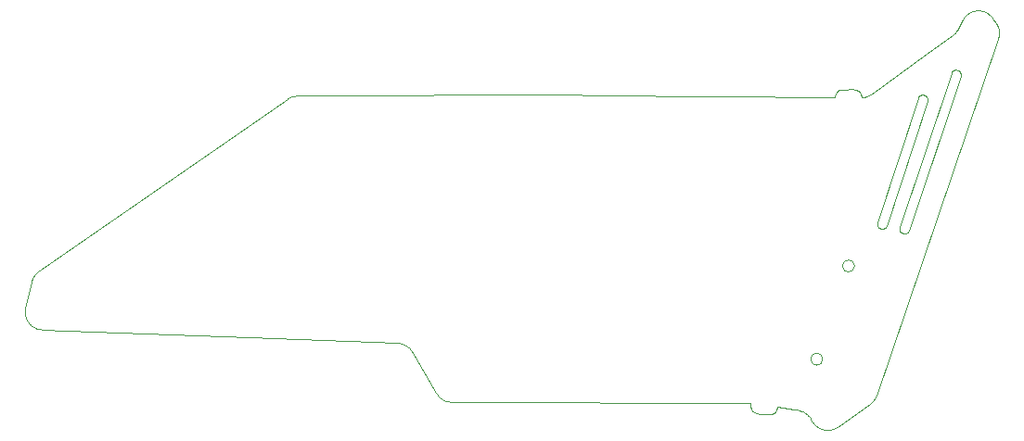
<source format=gm1>
%TF.GenerationSoftware,KiCad,Pcbnew,7.0.6*%
%TF.CreationDate,2023-07-20T08:42:54+02:00*%
%TF.ProjectId,dc_sdr,64635f73-6472-42e6-9b69-6361645f7063,rev?*%
%TF.SameCoordinates,Original*%
%TF.FileFunction,Profile,NP*%
%FSLAX46Y46*%
G04 Gerber Fmt 4.6, Leading zero omitted, Abs format (unit mm)*
G04 Created by KiCad (PCBNEW 7.0.6) date 2023-07-20 08:42:54*
%MOMM*%
%LPD*%
G01*
G04 APERTURE LIST*
%TA.AperFunction,Profile*%
%ADD10C,0.100000*%
%TD*%
%TA.AperFunction,Profile*%
%ADD11C,0.050000*%
%TD*%
G04 APERTURE END LIST*
D10*
X216151238Y-69248287D02*
X216228152Y-69254783D01*
X216305218Y-69265152D01*
X216382313Y-69279448D01*
X216459317Y-69297731D01*
X216536110Y-69320057D01*
X216612572Y-69346484D01*
X216688585Y-69377072D01*
X216764027Y-69411875D01*
X216849403Y-69456051D01*
X216890482Y-69478906D01*
X216930679Y-69502622D01*
X216970133Y-69527461D01*
X217008988Y-69553685D01*
X217047384Y-69581556D01*
X217085464Y-69611336D01*
X217123369Y-69643287D01*
X217161240Y-69677671D01*
X217199220Y-69714750D01*
X217237452Y-69754786D01*
X217276074Y-69798043D01*
X217315231Y-69844780D01*
X217355063Y-69895260D01*
X217395713Y-69949747D01*
X217692475Y-70369630D01*
X217722745Y-70412579D01*
X217751350Y-70455786D01*
X217778299Y-70499239D01*
X217803605Y-70542930D01*
X217827279Y-70586844D01*
X217849332Y-70630971D01*
X217869778Y-70675300D01*
X217888625Y-70719819D01*
X217905887Y-70764516D01*
X217921574Y-70809381D01*
X217935698Y-70854402D01*
X217948271Y-70899568D01*
X217959304Y-70944867D01*
X217968809Y-70990288D01*
X217976797Y-71035818D01*
X217983280Y-71081449D01*
X217988269Y-71127166D01*
X217991774Y-71172960D01*
X217993810Y-71218818D01*
X217994386Y-71264730D01*
X217991205Y-71356669D01*
X217982324Y-71448685D01*
X217967836Y-71540686D01*
X217947831Y-71632581D01*
X217922404Y-71724281D01*
X217891643Y-71815692D01*
X206778936Y-104432249D01*
X206757898Y-104486813D01*
X206734797Y-104540429D01*
X206709682Y-104593050D01*
X206682604Y-104644628D01*
X206653613Y-104695112D01*
X206622759Y-104744457D01*
X206590091Y-104792611D01*
X206555660Y-104839527D01*
X206519516Y-104885157D01*
X206481708Y-104929452D01*
X206442288Y-104972364D01*
X206401303Y-105013845D01*
X206358805Y-105053845D01*
X206314844Y-105092316D01*
X206269471Y-105129211D01*
X206222732Y-105164480D01*
X203261350Y-107291140D01*
X203180708Y-107345524D01*
X203097838Y-107394069D01*
X203012989Y-107436853D01*
X202926405Y-107473953D01*
X202838334Y-107505447D01*
X202749024Y-107531413D01*
X202658719Y-107551928D01*
X202567667Y-107567072D01*
X202476114Y-107576921D01*
X202384308Y-107581553D01*
X202292495Y-107581046D01*
X202200921Y-107575479D01*
X202109834Y-107564927D01*
X202019479Y-107549471D01*
X201930103Y-107529186D01*
X201841955Y-107504152D01*
X201755279Y-107474447D01*
X201670323Y-107440147D01*
X201587333Y-107401330D01*
X201506557Y-107358075D01*
X201428239Y-107310461D01*
X201352629Y-107258562D01*
X201279971Y-107202459D01*
X201210513Y-107142229D01*
X201144501Y-107077949D01*
X201082183Y-107009698D01*
X201023803Y-106937553D01*
X200969611Y-106861592D01*
X200919852Y-106781894D01*
X200874772Y-106698535D01*
X200834619Y-106611593D01*
X200799639Y-106521148D01*
X200775282Y-106488606D01*
X200702822Y-106402183D01*
X200648840Y-106344019D01*
X200583179Y-106278687D01*
X200505950Y-106208288D01*
X200417270Y-106134923D01*
X200317252Y-106060692D01*
X200206013Y-105987698D01*
X200083667Y-105918039D01*
X199950329Y-105853817D01*
X199806113Y-105797134D01*
X199729961Y-105772275D01*
X199651134Y-105750089D01*
X199569645Y-105730837D01*
X199485507Y-105714782D01*
X199398737Y-105702188D01*
X199309348Y-105693317D01*
X197774070Y-105438128D01*
X197745519Y-105494036D01*
X197720376Y-105552665D01*
X197675065Y-105674252D01*
X197652278Y-105735293D01*
X197627654Y-105795223D01*
X197599883Y-105853083D01*
X197584408Y-105880937D01*
X197567655Y-105907915D01*
X197549461Y-105933895D01*
X197529660Y-105958759D01*
X197508089Y-105982388D01*
X197484585Y-106004660D01*
X197458984Y-106025457D01*
X197431121Y-106044658D01*
X197400833Y-106062144D01*
X197367957Y-106077796D01*
X197332328Y-106091493D01*
X197293783Y-106103114D01*
X197252158Y-106112542D01*
X197207287Y-106119655D01*
X197159010Y-106124335D01*
X197107160Y-106126461D01*
X197051575Y-106125914D01*
X196992090Y-106122575D01*
X196081732Y-106098672D01*
X196038533Y-106096694D01*
X195993882Y-106091646D01*
X195948185Y-106083683D01*
X195901847Y-106072962D01*
X195855272Y-106059638D01*
X195808866Y-106043866D01*
X195763036Y-106025804D01*
X195718184Y-106005606D01*
X195674717Y-105983430D01*
X195633041Y-105959428D01*
X195593559Y-105933759D01*
X195556678Y-105906578D01*
X195522803Y-105878040D01*
X195492338Y-105848303D01*
X195465690Y-105817519D01*
X195453923Y-105801785D01*
X195443262Y-105785848D01*
X195429304Y-105763197D01*
X195416334Y-105740441D01*
X195404323Y-105717609D01*
X195393238Y-105694732D01*
X195383048Y-105671838D01*
X195373720Y-105648956D01*
X195365222Y-105626116D01*
X195357522Y-105603346D01*
X195350589Y-105580678D01*
X195344391Y-105558137D01*
X195338895Y-105535757D01*
X195334069Y-105513564D01*
X195326303Y-105469862D01*
X195320835Y-105427263D01*
X195317410Y-105386002D01*
X195315775Y-105346315D01*
X195315670Y-105308435D01*
X195316842Y-105272597D01*
X195319035Y-105239034D01*
X195321994Y-105207982D01*
X195325463Y-105179674D01*
X195329186Y-105154345D01*
X167948742Y-104998717D01*
X167845591Y-104995114D01*
X167743746Y-104984794D01*
X167643483Y-104967923D01*
X167545072Y-104944668D01*
X167448788Y-104915196D01*
X167354905Y-104879672D01*
X167263693Y-104838263D01*
X167175428Y-104791137D01*
X167090383Y-104738459D01*
X167008829Y-104680396D01*
X166931041Y-104617116D01*
X166857291Y-104548784D01*
X166787852Y-104475567D01*
X166722998Y-104397632D01*
X166663003Y-104315144D01*
X166608138Y-104228272D01*
X164359608Y-100395987D01*
X164306751Y-100311546D01*
X164249057Y-100231240D01*
X164186772Y-100155218D01*
X164120145Y-100083630D01*
X164049423Y-100016621D01*
X163974855Y-99954342D01*
X163896688Y-99896941D01*
X163815170Y-99844566D01*
X163730548Y-99797366D01*
X163643071Y-99755490D01*
X163552987Y-99719086D01*
X163460542Y-99688302D01*
X163365986Y-99663287D01*
X163269565Y-99644190D01*
X163171528Y-99631158D01*
X163072123Y-99624341D01*
X149532682Y-99110925D01*
X130577075Y-98391614D01*
X130486207Y-98385588D01*
X130397064Y-98374557D01*
X130309764Y-98358678D01*
X130224428Y-98338102D01*
X130141172Y-98312983D01*
X130060117Y-98283477D01*
X129981380Y-98249736D01*
X129905082Y-98211917D01*
X129831339Y-98170171D01*
X129760271Y-98124652D01*
X129691999Y-98075516D01*
X129626638Y-98022916D01*
X129564308Y-97967007D01*
X129505130Y-97907942D01*
X129449220Y-97845875D01*
X129396697Y-97780960D01*
X129347682Y-97713352D01*
X129302291Y-97643204D01*
X129260644Y-97570671D01*
X129222861Y-97495906D01*
X129189058Y-97419063D01*
X129159356Y-97340298D01*
X129133874Y-97259762D01*
X129112729Y-97177612D01*
X129096041Y-97094000D01*
X129083928Y-97009080D01*
X129076509Y-96923008D01*
X129073903Y-96835937D01*
X129076229Y-96748020D01*
X129083605Y-96659411D01*
X129096151Y-96570266D01*
X129113984Y-96480738D01*
X129678181Y-94027336D01*
X129695999Y-93956962D01*
X129717010Y-93887808D01*
X129741149Y-93819961D01*
X129768348Y-93753504D01*
X129798540Y-93688522D01*
X129831662Y-93625099D01*
X129867644Y-93563320D01*
X129906423Y-93503271D01*
X129947930Y-93445036D01*
X129992100Y-93388699D01*
X130038867Y-93334344D01*
X130088165Y-93282057D01*
X130139926Y-93231923D01*
X130194086Y-93184024D01*
X130250577Y-93138449D01*
X130309333Y-93095279D01*
X153006945Y-77327201D01*
X153055846Y-77293905D01*
X153105935Y-77262631D01*
X153157140Y-77233393D01*
X153209386Y-77206209D01*
X153262602Y-77181096D01*
X153316713Y-77158068D01*
X153371647Y-77137145D01*
X153427330Y-77118342D01*
X153483690Y-77101676D01*
X153540654Y-77087163D01*
X153598148Y-77074820D01*
X153656099Y-77064663D01*
X153714434Y-77056710D01*
X153773079Y-77050977D01*
X153831964Y-77047480D01*
X153891013Y-77046237D01*
X178707961Y-76937781D01*
X181258712Y-76978532D01*
X202995587Y-77164072D01*
X203017199Y-77107995D01*
X203036530Y-77050211D01*
X203073002Y-76932538D01*
X203092470Y-76874163D01*
X203114310Y-76817099D01*
X203139683Y-76762103D01*
X203154059Y-76735617D01*
X203169755Y-76709930D01*
X203186915Y-76685139D01*
X203205687Y-76661335D01*
X203226214Y-76638617D01*
X203248643Y-76617074D01*
X203273118Y-76596805D01*
X203299786Y-76577902D01*
X203328791Y-76560459D01*
X203360278Y-76544572D01*
X203394395Y-76530334D01*
X203431285Y-76517841D01*
X203471094Y-76507186D01*
X203513967Y-76498463D01*
X203560051Y-76491768D01*
X203609489Y-76487194D01*
X203662429Y-76484836D01*
X203719013Y-76484788D01*
X204630139Y-76458299D01*
X204673341Y-76457940D01*
X204718179Y-76460537D01*
X204764239Y-76465956D01*
X204811110Y-76474066D01*
X204858379Y-76484734D01*
X204905635Y-76497828D01*
X204952464Y-76513215D01*
X204998453Y-76530764D01*
X205043191Y-76550341D01*
X205086265Y-76571816D01*
X205127262Y-76595054D01*
X205165770Y-76619926D01*
X205201377Y-76646296D01*
X205233669Y-76674034D01*
X205262234Y-76703007D01*
X205274992Y-76717915D01*
X205286661Y-76733083D01*
X205306489Y-76761751D01*
X205324551Y-76790626D01*
X205340926Y-76819642D01*
X205355698Y-76848735D01*
X205368945Y-76877841D01*
X205380749Y-76906895D01*
X205391189Y-76935830D01*
X205400348Y-76964586D01*
X205408305Y-76993093D01*
X205415142Y-77021289D01*
X205420938Y-77049110D01*
X205425775Y-77076489D01*
X205429735Y-77103364D01*
X205432895Y-77129667D01*
X205435340Y-77155336D01*
X205437147Y-77180304D01*
X205489829Y-77177238D01*
X205542405Y-77172885D01*
X205594812Y-77167095D01*
X205646992Y-77159717D01*
X205698883Y-77150602D01*
X205750423Y-77139599D01*
X205776043Y-77133343D01*
X205801553Y-77126558D01*
X205826946Y-77119226D01*
X205852212Y-77111329D01*
X205888590Y-77099708D01*
X205923779Y-77087467D01*
X205957778Y-77074677D01*
X205990588Y-77061413D01*
X206022207Y-77047750D01*
X206052634Y-77033760D01*
X206081867Y-77019518D01*
X206109904Y-77005097D01*
X206136747Y-76990572D01*
X206162392Y-76976015D01*
X206210090Y-76947105D01*
X206252986Y-76918955D01*
X206291074Y-76892159D01*
X211416609Y-73176540D01*
X213762399Y-71488847D01*
X213800492Y-71461026D01*
X213837571Y-71432111D01*
X213873629Y-71402125D01*
X213908658Y-71371092D01*
X213942652Y-71339035D01*
X213975602Y-71305977D01*
X214007502Y-71271943D01*
X214038344Y-71236956D01*
X214068121Y-71201039D01*
X214096826Y-71164216D01*
X214124452Y-71126509D01*
X214150991Y-71087945D01*
X214176436Y-71048544D01*
X214200779Y-71008330D01*
X214224015Y-70967329D01*
X214246134Y-70925562D01*
X214662558Y-70103835D01*
X214699839Y-70034715D01*
X214740152Y-69968084D01*
X214783379Y-69903998D01*
X214829398Y-69842515D01*
X214878090Y-69783693D01*
X214929334Y-69727590D01*
X214983010Y-69674262D01*
X215038999Y-69623769D01*
X215097179Y-69576167D01*
X215157431Y-69531514D01*
X215219635Y-69489868D01*
X215283670Y-69451286D01*
X215349418Y-69415826D01*
X215416756Y-69383544D01*
X215485566Y-69354501D01*
X215555726Y-69328752D01*
X215627119Y-69306356D01*
X215699622Y-69287369D01*
X215773115Y-69271850D01*
X215847478Y-69259857D01*
X215922593Y-69251446D01*
X215998338Y-69246676D01*
X216074592Y-69245604D01*
X216151238Y-69248287D01*
X214065803Y-74672045D02*
X214086942Y-74674078D01*
X214108112Y-74677174D01*
X214129276Y-74681345D01*
X214150400Y-74686611D01*
X214171451Y-74692985D01*
X214205535Y-74705602D01*
X214226225Y-74713025D01*
X214246278Y-74721401D01*
X214265679Y-74730696D01*
X214284410Y-74740874D01*
X214302457Y-74751903D01*
X214319804Y-74763748D01*
X214336436Y-74776373D01*
X214352335Y-74789747D01*
X214367487Y-74803834D01*
X214381877Y-74818601D01*
X214395487Y-74834011D01*
X214408303Y-74850033D01*
X214420309Y-74866631D01*
X214431489Y-74883771D01*
X214441827Y-74901418D01*
X214451308Y-74919541D01*
X214459916Y-74938102D01*
X214467635Y-74957069D01*
X214474450Y-74976408D01*
X214480344Y-74996083D01*
X214485302Y-75016062D01*
X214489309Y-75036308D01*
X214492348Y-75056789D01*
X214494404Y-75077471D01*
X214495460Y-75098318D01*
X214495504Y-75119297D01*
X214494516Y-75140374D01*
X214492481Y-75161515D01*
X214489386Y-75182684D01*
X214485212Y-75203848D01*
X214479947Y-75224974D01*
X214473571Y-75246026D01*
X209755636Y-89344002D01*
X209748214Y-89364692D01*
X209739839Y-89384746D01*
X209730545Y-89404146D01*
X209720366Y-89422878D01*
X209709338Y-89440925D01*
X209697493Y-89458272D01*
X209684867Y-89474903D01*
X209671494Y-89490803D01*
X209657406Y-89505955D01*
X209642641Y-89520344D01*
X209627230Y-89533954D01*
X209611208Y-89546770D01*
X209594611Y-89558776D01*
X209577471Y-89569956D01*
X209559822Y-89580294D01*
X209541700Y-89589775D01*
X209523138Y-89598383D01*
X209504171Y-89606102D01*
X209484833Y-89612916D01*
X209465158Y-89618811D01*
X209445180Y-89623769D01*
X209424933Y-89627775D01*
X209404453Y-89630815D01*
X209383771Y-89632871D01*
X209362924Y-89633929D01*
X209341945Y-89633972D01*
X209320870Y-89632984D01*
X209299729Y-89630951D01*
X209278561Y-89627855D01*
X209257397Y-89623683D01*
X209236273Y-89618418D01*
X209215222Y-89612043D01*
X209181135Y-89599430D01*
X209160439Y-89592000D01*
X209140370Y-89583602D01*
X209120945Y-89574273D01*
X209102180Y-89564048D01*
X209084093Y-89552964D01*
X209066698Y-89541055D01*
X209050015Y-89528356D01*
X209034060Y-89514906D01*
X209018849Y-89500738D01*
X209004398Y-89485889D01*
X208990727Y-89470394D01*
X208977849Y-89454288D01*
X208965784Y-89437608D01*
X208954547Y-89420389D01*
X208944155Y-89402667D01*
X208934625Y-89384478D01*
X208925974Y-89365856D01*
X208918219Y-89346840D01*
X208911376Y-89327462D01*
X208905462Y-89307761D01*
X208900496Y-89287770D01*
X208896490Y-89267526D01*
X208893466Y-89247064D01*
X208891438Y-89226422D01*
X208890423Y-89205632D01*
X208890439Y-89184732D01*
X208891500Y-89163757D01*
X208893627Y-89142744D01*
X208896833Y-89121726D01*
X208901137Y-89100742D01*
X208906555Y-89079826D01*
X208913104Y-89059014D01*
X213631033Y-74961029D01*
X213638456Y-74940338D01*
X213646831Y-74920286D01*
X213656125Y-74900886D01*
X213666303Y-74882154D01*
X213677331Y-74864107D01*
X213689176Y-74846760D01*
X213701802Y-74830129D01*
X213715176Y-74814230D01*
X213729263Y-74799077D01*
X213744029Y-74784687D01*
X213759440Y-74771078D01*
X213775461Y-74758261D01*
X213792060Y-74746256D01*
X213809200Y-74735076D01*
X213826848Y-74724737D01*
X213844970Y-74715257D01*
X213863532Y-74706648D01*
X213882499Y-74698929D01*
X213901837Y-74692114D01*
X213921513Y-74686220D01*
X213941491Y-74681262D01*
X213961737Y-74677255D01*
X213982219Y-74674216D01*
X214002899Y-74672159D01*
X214023747Y-74671101D01*
X214044726Y-74671058D01*
X214065803Y-74672045D01*
X211027515Y-76950105D02*
X211048655Y-76952139D01*
X211069824Y-76955233D01*
X211090988Y-76959405D01*
X211112113Y-76964671D01*
X211133164Y-76971045D01*
X211167248Y-76983661D01*
X211187938Y-76991084D01*
X211207991Y-76999460D01*
X211227392Y-77008754D01*
X211246123Y-77018933D01*
X211264170Y-77029962D01*
X211281518Y-77041807D01*
X211298148Y-77054433D01*
X211314048Y-77067806D01*
X211329200Y-77081894D01*
X211343589Y-77096660D01*
X211357200Y-77112071D01*
X211370015Y-77128092D01*
X211382021Y-77144690D01*
X211393201Y-77161830D01*
X211403540Y-77179478D01*
X211413020Y-77197600D01*
X211421629Y-77216162D01*
X211429347Y-77235129D01*
X211436162Y-77254467D01*
X211442056Y-77274142D01*
X211447015Y-77294120D01*
X211451021Y-77314367D01*
X211454060Y-77334849D01*
X211456116Y-77355530D01*
X211457173Y-77376377D01*
X211457216Y-77397357D01*
X211456228Y-77418434D01*
X211454194Y-77439573D01*
X211451098Y-77460743D01*
X211446926Y-77481908D01*
X211441659Y-77503033D01*
X211435283Y-77524085D01*
X207728326Y-88914663D01*
X207720904Y-88935353D01*
X207712528Y-88955406D01*
X207703235Y-88974807D01*
X207693056Y-88993538D01*
X207682027Y-89011585D01*
X207670183Y-89028932D01*
X207657556Y-89045563D01*
X207644183Y-89061462D01*
X207630096Y-89076615D01*
X207615330Y-89091003D01*
X207599919Y-89104614D01*
X207583897Y-89117430D01*
X207567300Y-89129435D01*
X207550160Y-89140615D01*
X207532511Y-89150954D01*
X207514389Y-89160434D01*
X207495827Y-89169042D01*
X207476860Y-89176761D01*
X207457522Y-89183575D01*
X207437846Y-89189469D01*
X207417869Y-89194428D01*
X207397621Y-89198434D01*
X207377140Y-89201473D01*
X207356459Y-89203528D01*
X207335611Y-89204585D01*
X207314632Y-89204628D01*
X207293556Y-89203640D01*
X207272416Y-89201605D01*
X207251246Y-89198510D01*
X207230083Y-89194337D01*
X207208958Y-89189071D01*
X207187906Y-89182696D01*
X207153822Y-89170080D01*
X207133372Y-89162484D01*
X207113529Y-89153958D01*
X207094309Y-89144534D01*
X207075730Y-89134246D01*
X207057811Y-89123126D01*
X207040566Y-89111208D01*
X207024015Y-89098524D01*
X207008173Y-89085110D01*
X206993060Y-89070995D01*
X206978690Y-89056216D01*
X206965082Y-89040803D01*
X206952254Y-89024792D01*
X206940221Y-89008213D01*
X206929002Y-88991103D01*
X206918614Y-88973490D01*
X206909073Y-88955412D01*
X206900398Y-88936899D01*
X206892604Y-88917985D01*
X206885711Y-88898705D01*
X206879734Y-88879089D01*
X206874691Y-88859172D01*
X206870600Y-88838987D01*
X206867477Y-88818567D01*
X206865339Y-88797945D01*
X206864204Y-88777153D01*
X206864090Y-88756226D01*
X206865012Y-88735196D01*
X206866990Y-88714097D01*
X206870038Y-88692960D01*
X206874177Y-88671822D01*
X206879420Y-88650712D01*
X206885788Y-88629666D01*
X210592745Y-77239088D01*
X210600168Y-77218398D01*
X210608544Y-77198345D01*
X210617838Y-77178945D01*
X210628016Y-77160213D01*
X210639045Y-77142166D01*
X210650889Y-77124819D01*
X210663515Y-77108188D01*
X210676889Y-77092288D01*
X210690976Y-77077137D01*
X210705742Y-77062747D01*
X210721153Y-77049137D01*
X210737174Y-77036321D01*
X210753772Y-77024315D01*
X210770912Y-77013135D01*
X210788560Y-77002796D01*
X210806683Y-76993315D01*
X210825244Y-76984707D01*
X210844211Y-76976989D01*
X210863550Y-76970174D01*
X210883225Y-76964280D01*
X210903203Y-76959321D01*
X210923450Y-76955314D01*
X210943931Y-76952275D01*
X210964612Y-76950218D01*
X210985459Y-76949160D01*
X211006439Y-76949118D01*
X211027515Y-76950105D01*
D11*
%TO.C,U9*%
X204803164Y-92599361D02*
G75*
G03*
X204803164Y-92599361I-550000J0D01*
G01*
X201902774Y-101119204D02*
G75*
G03*
X201902774Y-101119204I-550001J0D01*
G01*
%TD*%
M02*

</source>
